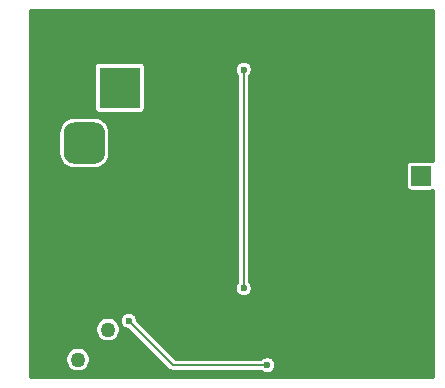
<source format=gbr>
%TF.GenerationSoftware,KiCad,Pcbnew,(5.1.5-131-g305ed0b65)-1*%
%TF.CreationDate,2020-09-08T16:09:36+08:00*%
%TF.ProjectId,PowerSupply,506f7765-7253-4757-9070-6c792e6b6963,rev?*%
%TF.SameCoordinates,Original*%
%TF.FileFunction,Copper,L2,Bot*%
%TF.FilePolarity,Positive*%
%FSLAX46Y46*%
G04 Gerber Fmt 4.6, Leading zero omitted, Abs format (unit mm)*
G04 Created by KiCad (PCBNEW (5.1.5-131-g305ed0b65)-1) date 2020-09-08 16:09:36*
%MOMM*%
%LPD*%
G01*
G04 APERTURE LIST*
%TA.AperFunction,ComponentPad*%
%ADD10R,1.700000X1.700000*%
%TD*%
%TA.AperFunction,ComponentPad*%
%ADD11O,1.700000X1.700000*%
%TD*%
%TA.AperFunction,ComponentPad*%
%ADD12R,3.500000X3.500000*%
%TD*%
%TA.AperFunction,ComponentPad*%
%ADD13C,1.260000*%
%TD*%
%TA.AperFunction,ViaPad*%
%ADD14C,0.800000*%
%TD*%
%TA.AperFunction,ViaPad*%
%ADD15C,0.600000*%
%TD*%
%TA.AperFunction,Conductor*%
%ADD16C,0.203200*%
%TD*%
%TA.AperFunction,Conductor*%
%ADD17C,0.300000*%
%TD*%
G04 APERTURE END LIST*
D10*
%TO.P,J2,1*%
%TO.N,+180V*%
X163500000Y-86500000D03*
D11*
%TO.P,J2,2*%
%TO.N,GND*%
X163500000Y-89040000D03*
%TD*%
D12*
%TO.P,J1,1*%
%TO.N,+12V*%
X138000000Y-79000000D03*
%TO.P,J1,2*%
%TO.N,GND*%
%TA.AperFunction,ComponentPad*%
G36*
G01*
X130500000Y-80000000D02*
X130500000Y-78000000D01*
G75*
G02*
X131250000Y-77250000I750000J0D01*
G01*
X132750000Y-77250000D01*
G75*
G02*
X133500000Y-78000000I0J-750000D01*
G01*
X133500000Y-80000000D01*
G75*
G02*
X132750000Y-80750000I-750000J0D01*
G01*
X131250000Y-80750000D01*
G75*
G02*
X130500000Y-80000000I0J750000D01*
G01*
G37*
%TD.AperFunction*%
%TO.P,J1,3*%
%TO.N,N/C*%
%TA.AperFunction,ComponentPad*%
G36*
G01*
X133250000Y-84575000D02*
X133250000Y-82825000D01*
G75*
G02*
X134125000Y-81950000I875000J0D01*
G01*
X135875000Y-81950000D01*
G75*
G02*
X136750000Y-82825000I0J-875000D01*
G01*
X136750000Y-84575000D01*
G75*
G02*
X135875000Y-85450000I-875000J0D01*
G01*
X134125000Y-85450000D01*
G75*
G02*
X133250000Y-84575000I0J875000D01*
G01*
G37*
%TD.AperFunction*%
%TD*%
D13*
%TO.P,RV1,3*%
%TO.N,GND*%
X131920000Y-99500000D03*
%TO.P,RV1,2*%
%TO.N,Net-(R3-Pad2)*%
X134460000Y-102040000D03*
%TO.P,RV1,1*%
%TO.N,Net-(RV1-Pad1)*%
X137000000Y-99500000D03*
%TD*%
D14*
%TO.N,GND*%
X144250000Y-97000000D03*
X145250000Y-97000000D03*
X145250000Y-98000000D03*
X144250000Y-98000000D03*
X145250000Y-99000000D03*
X144250000Y-99000000D03*
X140000000Y-73750000D03*
X139000000Y-73750000D03*
X138000000Y-73750000D03*
X137000000Y-73750000D03*
X136000000Y-73750000D03*
X135000000Y-73750000D03*
X134000000Y-73750000D03*
X133000000Y-73750000D03*
X132000000Y-73750000D03*
X131000000Y-73750000D03*
X131000000Y-72750000D03*
X132000000Y-72750000D03*
X133000000Y-72750000D03*
X134000000Y-72750000D03*
X135000000Y-72750000D03*
X136000000Y-72750000D03*
X137000000Y-72750000D03*
X138000000Y-72750000D03*
X139000000Y-72750000D03*
X140000000Y-72750000D03*
X131000000Y-91750000D03*
X132000000Y-91750000D03*
X132000000Y-92750000D03*
X131000000Y-92750000D03*
X131000000Y-93750000D03*
X132000000Y-93750000D03*
X132000000Y-94750000D03*
X131000000Y-94750000D03*
X131000000Y-95750000D03*
X132000000Y-95750000D03*
X131000000Y-75000000D03*
X132000000Y-75000000D03*
X133000000Y-75000000D03*
X134000000Y-75000000D03*
X135000000Y-75000000D03*
X136000000Y-75000000D03*
X137000000Y-75000000D03*
X138000000Y-75000000D03*
X138000000Y-76000000D03*
X137000000Y-76000000D03*
X136000000Y-76000000D03*
X135000000Y-76000000D03*
X134000000Y-76000000D03*
X133000000Y-76000000D03*
X132000000Y-76000000D03*
X131000000Y-76000000D03*
X161000000Y-92750000D03*
X162000000Y-92750000D03*
X162000000Y-93750000D03*
X163000000Y-93750000D03*
X161000000Y-93750000D03*
X161000000Y-94750000D03*
X162000000Y-94750000D03*
X163000000Y-94750000D03*
X163000000Y-95750000D03*
X162000000Y-95750000D03*
X161000000Y-95750000D03*
X141000000Y-73750000D03*
X141000000Y-72750000D03*
X142000000Y-72750000D03*
X142000000Y-73750000D03*
X143000000Y-72750000D03*
X143000000Y-73750000D03*
D15*
%TO.N,Net-(Q1-Pad3)*%
X148500000Y-96000000D03*
X148500000Y-77500000D03*
%TO.N,Net-(R2-Pad2)*%
X150500000Y-102500000D03*
X138750000Y-98750000D03*
%TD*%
D16*
%TO.N,Net-(Q1-Pad3)*%
X148500000Y-96000000D02*
X148500000Y-77500000D01*
%TO.N,Net-(R2-Pad2)*%
X150500000Y-102500000D02*
X142500000Y-102500000D01*
X142500000Y-102500000D02*
X138750000Y-98750000D01*
%TD*%
D17*
%TO.N,GND*%
G36*
X164500001Y-85225254D02*
G01*
X164438215Y-85206511D01*
X164350000Y-85197823D01*
X162650000Y-85197823D01*
X162561785Y-85206511D01*
X162476959Y-85232243D01*
X162398784Y-85274029D01*
X162330263Y-85330263D01*
X162274029Y-85398784D01*
X162232243Y-85476959D01*
X162206511Y-85561785D01*
X162197823Y-85650000D01*
X162197823Y-87350000D01*
X162206511Y-87438215D01*
X162232243Y-87523041D01*
X162274029Y-87601216D01*
X162330263Y-87669737D01*
X162398784Y-87725971D01*
X162476959Y-87767757D01*
X162561785Y-87793489D01*
X162650000Y-87802177D01*
X164350000Y-87802177D01*
X164438215Y-87793489D01*
X164500001Y-87774746D01*
X164500000Y-103500000D01*
X130500000Y-103500000D01*
X130500000Y-101933629D01*
X133380000Y-101933629D01*
X133380000Y-102146371D01*
X133421503Y-102355024D01*
X133502916Y-102551572D01*
X133621109Y-102728460D01*
X133771540Y-102878891D01*
X133948428Y-102997084D01*
X134144976Y-103078497D01*
X134353629Y-103120000D01*
X134566371Y-103120000D01*
X134775024Y-103078497D01*
X134971572Y-102997084D01*
X135148460Y-102878891D01*
X135298891Y-102728460D01*
X135417084Y-102551572D01*
X135498497Y-102355024D01*
X135540000Y-102146371D01*
X135540000Y-101933629D01*
X135498497Y-101724976D01*
X135417084Y-101528428D01*
X135298891Y-101351540D01*
X135148460Y-101201109D01*
X134971572Y-101082916D01*
X134775024Y-101001503D01*
X134566371Y-100960000D01*
X134353629Y-100960000D01*
X134144976Y-101001503D01*
X133948428Y-101082916D01*
X133771540Y-101201109D01*
X133621109Y-101351540D01*
X133502916Y-101528428D01*
X133421503Y-101724976D01*
X133380000Y-101933629D01*
X130500000Y-101933629D01*
X130500000Y-99393629D01*
X135920000Y-99393629D01*
X135920000Y-99606371D01*
X135961503Y-99815024D01*
X136042916Y-100011572D01*
X136161109Y-100188460D01*
X136311540Y-100338891D01*
X136488428Y-100457084D01*
X136684976Y-100538497D01*
X136893629Y-100580000D01*
X137106371Y-100580000D01*
X137315024Y-100538497D01*
X137511572Y-100457084D01*
X137688460Y-100338891D01*
X137838891Y-100188460D01*
X137957084Y-100011572D01*
X138038497Y-99815024D01*
X138080000Y-99606371D01*
X138080000Y-99393629D01*
X138038497Y-99184976D01*
X137957084Y-98988428D01*
X137838891Y-98811540D01*
X137703482Y-98676131D01*
X138000000Y-98676131D01*
X138000000Y-98823869D01*
X138028822Y-98968767D01*
X138085359Y-99105258D01*
X138167437Y-99228097D01*
X138271903Y-99332563D01*
X138394742Y-99414641D01*
X138531233Y-99471178D01*
X138676131Y-99500000D01*
X138719921Y-99500000D01*
X142090806Y-102870887D01*
X142108073Y-102891927D01*
X142192065Y-102960857D01*
X142287891Y-103012077D01*
X142360326Y-103034050D01*
X142391867Y-103043618D01*
X142500000Y-103054268D01*
X142527089Y-103051600D01*
X149990940Y-103051600D01*
X150021903Y-103082563D01*
X150144742Y-103164641D01*
X150281233Y-103221178D01*
X150426131Y-103250000D01*
X150573869Y-103250000D01*
X150718767Y-103221178D01*
X150855258Y-103164641D01*
X150978097Y-103082563D01*
X151082563Y-102978097D01*
X151164641Y-102855258D01*
X151221178Y-102718767D01*
X151250000Y-102573869D01*
X151250000Y-102426131D01*
X151221178Y-102281233D01*
X151164641Y-102144742D01*
X151082563Y-102021903D01*
X150978097Y-101917437D01*
X150855258Y-101835359D01*
X150718767Y-101778822D01*
X150573869Y-101750000D01*
X150426131Y-101750000D01*
X150281233Y-101778822D01*
X150144742Y-101835359D01*
X150021903Y-101917437D01*
X149990940Y-101948400D01*
X142728481Y-101948400D01*
X139500000Y-98719921D01*
X139500000Y-98676131D01*
X139471178Y-98531233D01*
X139414641Y-98394742D01*
X139332563Y-98271903D01*
X139228097Y-98167437D01*
X139105258Y-98085359D01*
X138968767Y-98028822D01*
X138823869Y-98000000D01*
X138676131Y-98000000D01*
X138531233Y-98028822D01*
X138394742Y-98085359D01*
X138271903Y-98167437D01*
X138167437Y-98271903D01*
X138085359Y-98394742D01*
X138028822Y-98531233D01*
X138000000Y-98676131D01*
X137703482Y-98676131D01*
X137688460Y-98661109D01*
X137511572Y-98542916D01*
X137315024Y-98461503D01*
X137106371Y-98420000D01*
X136893629Y-98420000D01*
X136684976Y-98461503D01*
X136488428Y-98542916D01*
X136311540Y-98661109D01*
X136161109Y-98811540D01*
X136042916Y-98988428D01*
X135961503Y-99184976D01*
X135920000Y-99393629D01*
X130500000Y-99393629D01*
X130500000Y-82825000D01*
X132797823Y-82825000D01*
X132797823Y-84575000D01*
X132823324Y-84833919D01*
X132898848Y-85082889D01*
X133021493Y-85312340D01*
X133186544Y-85513456D01*
X133387660Y-85678507D01*
X133617111Y-85801152D01*
X133866081Y-85876676D01*
X134125000Y-85902177D01*
X135875000Y-85902177D01*
X136133919Y-85876676D01*
X136382889Y-85801152D01*
X136612340Y-85678507D01*
X136813456Y-85513456D01*
X136978507Y-85312340D01*
X137101152Y-85082889D01*
X137176676Y-84833919D01*
X137202177Y-84575000D01*
X137202177Y-82825000D01*
X137176676Y-82566081D01*
X137101152Y-82317111D01*
X136978507Y-82087660D01*
X136813456Y-81886544D01*
X136612340Y-81721493D01*
X136382889Y-81598848D01*
X136133919Y-81523324D01*
X135875000Y-81497823D01*
X134125000Y-81497823D01*
X133866081Y-81523324D01*
X133617111Y-81598848D01*
X133387660Y-81721493D01*
X133186544Y-81886544D01*
X133021493Y-82087660D01*
X132898848Y-82317111D01*
X132823324Y-82566081D01*
X132797823Y-82825000D01*
X130500000Y-82825000D01*
X130500000Y-77250000D01*
X135797823Y-77250000D01*
X135797823Y-80750000D01*
X135806511Y-80838215D01*
X135832243Y-80923041D01*
X135874029Y-81001216D01*
X135930263Y-81069737D01*
X135998784Y-81125971D01*
X136076959Y-81167757D01*
X136161785Y-81193489D01*
X136250000Y-81202177D01*
X139750000Y-81202177D01*
X139838215Y-81193489D01*
X139923041Y-81167757D01*
X140001216Y-81125971D01*
X140069737Y-81069737D01*
X140125971Y-81001216D01*
X140167757Y-80923041D01*
X140193489Y-80838215D01*
X140202177Y-80750000D01*
X140202177Y-77426131D01*
X147750000Y-77426131D01*
X147750000Y-77573869D01*
X147778822Y-77718767D01*
X147835359Y-77855258D01*
X147917437Y-77978097D01*
X147948401Y-78009061D01*
X147948400Y-95490940D01*
X147917437Y-95521903D01*
X147835359Y-95644742D01*
X147778822Y-95781233D01*
X147750000Y-95926131D01*
X147750000Y-96073869D01*
X147778822Y-96218767D01*
X147835359Y-96355258D01*
X147917437Y-96478097D01*
X148021903Y-96582563D01*
X148144742Y-96664641D01*
X148281233Y-96721178D01*
X148426131Y-96750000D01*
X148573869Y-96750000D01*
X148718767Y-96721178D01*
X148855258Y-96664641D01*
X148978097Y-96582563D01*
X149082563Y-96478097D01*
X149164641Y-96355258D01*
X149221178Y-96218767D01*
X149250000Y-96073869D01*
X149250000Y-95926131D01*
X149221178Y-95781233D01*
X149164641Y-95644742D01*
X149082563Y-95521903D01*
X149051600Y-95490940D01*
X149051600Y-78009060D01*
X149082563Y-77978097D01*
X149164641Y-77855258D01*
X149221178Y-77718767D01*
X149250000Y-77573869D01*
X149250000Y-77426131D01*
X149221178Y-77281233D01*
X149164641Y-77144742D01*
X149082563Y-77021903D01*
X148978097Y-76917437D01*
X148855258Y-76835359D01*
X148718767Y-76778822D01*
X148573869Y-76750000D01*
X148426131Y-76750000D01*
X148281233Y-76778822D01*
X148144742Y-76835359D01*
X148021903Y-76917437D01*
X147917437Y-77021903D01*
X147835359Y-77144742D01*
X147778822Y-77281233D01*
X147750000Y-77426131D01*
X140202177Y-77426131D01*
X140202177Y-77250000D01*
X140193489Y-77161785D01*
X140167757Y-77076959D01*
X140125971Y-76998784D01*
X140069737Y-76930263D01*
X140001216Y-76874029D01*
X139923041Y-76832243D01*
X139838215Y-76806511D01*
X139750000Y-76797823D01*
X136250000Y-76797823D01*
X136161785Y-76806511D01*
X136076959Y-76832243D01*
X135998784Y-76874029D01*
X135930263Y-76930263D01*
X135874029Y-76998784D01*
X135832243Y-77076959D01*
X135806511Y-77161785D01*
X135797823Y-77250000D01*
X130500000Y-77250000D01*
X130500000Y-72500000D01*
X164500001Y-72500000D01*
X164500001Y-85225254D01*
G37*
X164500001Y-85225254D02*
X164438215Y-85206511D01*
X164350000Y-85197823D01*
X162650000Y-85197823D01*
X162561785Y-85206511D01*
X162476959Y-85232243D01*
X162398784Y-85274029D01*
X162330263Y-85330263D01*
X162274029Y-85398784D01*
X162232243Y-85476959D01*
X162206511Y-85561785D01*
X162197823Y-85650000D01*
X162197823Y-87350000D01*
X162206511Y-87438215D01*
X162232243Y-87523041D01*
X162274029Y-87601216D01*
X162330263Y-87669737D01*
X162398784Y-87725971D01*
X162476959Y-87767757D01*
X162561785Y-87793489D01*
X162650000Y-87802177D01*
X164350000Y-87802177D01*
X164438215Y-87793489D01*
X164500001Y-87774746D01*
X164500000Y-103500000D01*
X130500000Y-103500000D01*
X130500000Y-101933629D01*
X133380000Y-101933629D01*
X133380000Y-102146371D01*
X133421503Y-102355024D01*
X133502916Y-102551572D01*
X133621109Y-102728460D01*
X133771540Y-102878891D01*
X133948428Y-102997084D01*
X134144976Y-103078497D01*
X134353629Y-103120000D01*
X134566371Y-103120000D01*
X134775024Y-103078497D01*
X134971572Y-102997084D01*
X135148460Y-102878891D01*
X135298891Y-102728460D01*
X135417084Y-102551572D01*
X135498497Y-102355024D01*
X135540000Y-102146371D01*
X135540000Y-101933629D01*
X135498497Y-101724976D01*
X135417084Y-101528428D01*
X135298891Y-101351540D01*
X135148460Y-101201109D01*
X134971572Y-101082916D01*
X134775024Y-101001503D01*
X134566371Y-100960000D01*
X134353629Y-100960000D01*
X134144976Y-101001503D01*
X133948428Y-101082916D01*
X133771540Y-101201109D01*
X133621109Y-101351540D01*
X133502916Y-101528428D01*
X133421503Y-101724976D01*
X133380000Y-101933629D01*
X130500000Y-101933629D01*
X130500000Y-99393629D01*
X135920000Y-99393629D01*
X135920000Y-99606371D01*
X135961503Y-99815024D01*
X136042916Y-100011572D01*
X136161109Y-100188460D01*
X136311540Y-100338891D01*
X136488428Y-100457084D01*
X136684976Y-100538497D01*
X136893629Y-100580000D01*
X137106371Y-100580000D01*
X137315024Y-100538497D01*
X137511572Y-100457084D01*
X137688460Y-100338891D01*
X137838891Y-100188460D01*
X137957084Y-100011572D01*
X138038497Y-99815024D01*
X138080000Y-99606371D01*
X138080000Y-99393629D01*
X138038497Y-99184976D01*
X137957084Y-98988428D01*
X137838891Y-98811540D01*
X137703482Y-98676131D01*
X138000000Y-98676131D01*
X138000000Y-98823869D01*
X138028822Y-98968767D01*
X138085359Y-99105258D01*
X138167437Y-99228097D01*
X138271903Y-99332563D01*
X138394742Y-99414641D01*
X138531233Y-99471178D01*
X138676131Y-99500000D01*
X138719921Y-99500000D01*
X142090806Y-102870887D01*
X142108073Y-102891927D01*
X142192065Y-102960857D01*
X142287891Y-103012077D01*
X142360326Y-103034050D01*
X142391867Y-103043618D01*
X142500000Y-103054268D01*
X142527089Y-103051600D01*
X149990940Y-103051600D01*
X150021903Y-103082563D01*
X150144742Y-103164641D01*
X150281233Y-103221178D01*
X150426131Y-103250000D01*
X150573869Y-103250000D01*
X150718767Y-103221178D01*
X150855258Y-103164641D01*
X150978097Y-103082563D01*
X151082563Y-102978097D01*
X151164641Y-102855258D01*
X151221178Y-102718767D01*
X151250000Y-102573869D01*
X151250000Y-102426131D01*
X151221178Y-102281233D01*
X151164641Y-102144742D01*
X151082563Y-102021903D01*
X150978097Y-101917437D01*
X150855258Y-101835359D01*
X150718767Y-101778822D01*
X150573869Y-101750000D01*
X150426131Y-101750000D01*
X150281233Y-101778822D01*
X150144742Y-101835359D01*
X150021903Y-101917437D01*
X149990940Y-101948400D01*
X142728481Y-101948400D01*
X139500000Y-98719921D01*
X139500000Y-98676131D01*
X139471178Y-98531233D01*
X139414641Y-98394742D01*
X139332563Y-98271903D01*
X139228097Y-98167437D01*
X139105258Y-98085359D01*
X138968767Y-98028822D01*
X138823869Y-98000000D01*
X138676131Y-98000000D01*
X138531233Y-98028822D01*
X138394742Y-98085359D01*
X138271903Y-98167437D01*
X138167437Y-98271903D01*
X138085359Y-98394742D01*
X138028822Y-98531233D01*
X138000000Y-98676131D01*
X137703482Y-98676131D01*
X137688460Y-98661109D01*
X137511572Y-98542916D01*
X137315024Y-98461503D01*
X137106371Y-98420000D01*
X136893629Y-98420000D01*
X136684976Y-98461503D01*
X136488428Y-98542916D01*
X136311540Y-98661109D01*
X136161109Y-98811540D01*
X136042916Y-98988428D01*
X135961503Y-99184976D01*
X135920000Y-99393629D01*
X130500000Y-99393629D01*
X130500000Y-82825000D01*
X132797823Y-82825000D01*
X132797823Y-84575000D01*
X132823324Y-84833919D01*
X132898848Y-85082889D01*
X133021493Y-85312340D01*
X133186544Y-85513456D01*
X133387660Y-85678507D01*
X133617111Y-85801152D01*
X133866081Y-85876676D01*
X134125000Y-85902177D01*
X135875000Y-85902177D01*
X136133919Y-85876676D01*
X136382889Y-85801152D01*
X136612340Y-85678507D01*
X136813456Y-85513456D01*
X136978507Y-85312340D01*
X137101152Y-85082889D01*
X137176676Y-84833919D01*
X137202177Y-84575000D01*
X137202177Y-82825000D01*
X137176676Y-82566081D01*
X137101152Y-82317111D01*
X136978507Y-82087660D01*
X136813456Y-81886544D01*
X136612340Y-81721493D01*
X136382889Y-81598848D01*
X136133919Y-81523324D01*
X135875000Y-81497823D01*
X134125000Y-81497823D01*
X133866081Y-81523324D01*
X133617111Y-81598848D01*
X133387660Y-81721493D01*
X133186544Y-81886544D01*
X133021493Y-82087660D01*
X132898848Y-82317111D01*
X132823324Y-82566081D01*
X132797823Y-82825000D01*
X130500000Y-82825000D01*
X130500000Y-77250000D01*
X135797823Y-77250000D01*
X135797823Y-80750000D01*
X135806511Y-80838215D01*
X135832243Y-80923041D01*
X135874029Y-81001216D01*
X135930263Y-81069737D01*
X135998784Y-81125971D01*
X136076959Y-81167757D01*
X136161785Y-81193489D01*
X136250000Y-81202177D01*
X139750000Y-81202177D01*
X139838215Y-81193489D01*
X139923041Y-81167757D01*
X140001216Y-81125971D01*
X140069737Y-81069737D01*
X140125971Y-81001216D01*
X140167757Y-80923041D01*
X140193489Y-80838215D01*
X140202177Y-80750000D01*
X140202177Y-77426131D01*
X147750000Y-77426131D01*
X147750000Y-77573869D01*
X147778822Y-77718767D01*
X147835359Y-77855258D01*
X147917437Y-77978097D01*
X147948401Y-78009061D01*
X147948400Y-95490940D01*
X147917437Y-95521903D01*
X147835359Y-95644742D01*
X147778822Y-95781233D01*
X147750000Y-95926131D01*
X147750000Y-96073869D01*
X147778822Y-96218767D01*
X147835359Y-96355258D01*
X147917437Y-96478097D01*
X148021903Y-96582563D01*
X148144742Y-96664641D01*
X148281233Y-96721178D01*
X148426131Y-96750000D01*
X148573869Y-96750000D01*
X148718767Y-96721178D01*
X148855258Y-96664641D01*
X148978097Y-96582563D01*
X149082563Y-96478097D01*
X149164641Y-96355258D01*
X149221178Y-96218767D01*
X149250000Y-96073869D01*
X149250000Y-95926131D01*
X149221178Y-95781233D01*
X149164641Y-95644742D01*
X149082563Y-95521903D01*
X149051600Y-95490940D01*
X149051600Y-78009060D01*
X149082563Y-77978097D01*
X149164641Y-77855258D01*
X149221178Y-77718767D01*
X149250000Y-77573869D01*
X149250000Y-77426131D01*
X149221178Y-77281233D01*
X149164641Y-77144742D01*
X149082563Y-77021903D01*
X148978097Y-76917437D01*
X148855258Y-76835359D01*
X148718767Y-76778822D01*
X148573869Y-76750000D01*
X148426131Y-76750000D01*
X148281233Y-76778822D01*
X148144742Y-76835359D01*
X148021903Y-76917437D01*
X147917437Y-77021903D01*
X147835359Y-77144742D01*
X147778822Y-77281233D01*
X147750000Y-77426131D01*
X140202177Y-77426131D01*
X140202177Y-77250000D01*
X140193489Y-77161785D01*
X140167757Y-77076959D01*
X140125971Y-76998784D01*
X140069737Y-76930263D01*
X140001216Y-76874029D01*
X139923041Y-76832243D01*
X139838215Y-76806511D01*
X139750000Y-76797823D01*
X136250000Y-76797823D01*
X136161785Y-76806511D01*
X136076959Y-76832243D01*
X135998784Y-76874029D01*
X135930263Y-76930263D01*
X135874029Y-76998784D01*
X135832243Y-77076959D01*
X135806511Y-77161785D01*
X135797823Y-77250000D01*
X130500000Y-77250000D01*
X130500000Y-72500000D01*
X164500001Y-72500000D01*
X164500001Y-85225254D01*
%TD*%
M02*

</source>
